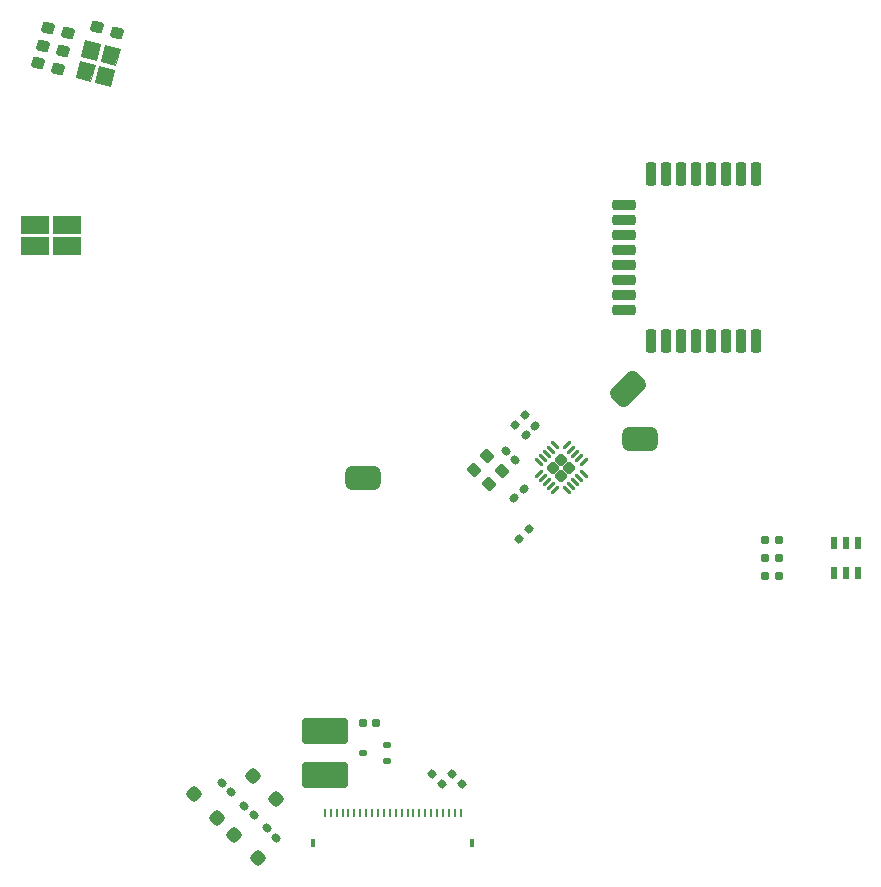
<source format=gbr>
%TF.GenerationSoftware,KiCad,Pcbnew,8.0.6-hq-2-g3d73d9976a*%
%TF.CreationDate,2024-12-20T20:58:28+08:00*%
%TF.ProjectId,DemoBoard_SensorForTemp&Rh_IntegratedWithMCU,44656d6f-426f-4617-9264-5f53656e736f,rev?*%
%TF.SameCoordinates,Original*%
%TF.FileFunction,Paste,Top*%
%TF.FilePolarity,Positive*%
%FSLAX46Y46*%
G04 Gerber Fmt 4.6, Leading zero omitted, Abs format (unit mm)*
G04 Created by KiCad (PCBNEW 8.0.6-hq-2-g3d73d9976a) date 2024-12-20 20:58:28*
%MOMM*%
%LPD*%
G01*
G04 APERTURE LIST*
G04 Aperture macros list*
%AMRoundRect*
0 Rectangle with rounded corners*
0 $1 Rounding radius*
0 $2 $3 $4 $5 $6 $7 $8 $9 X,Y pos of 4 corners*
0 Add a 4 corners polygon primitive as box body*
4,1,4,$2,$3,$4,$5,$6,$7,$8,$9,$2,$3,0*
0 Add four circle primitives for the rounded corners*
1,1,$1+$1,$2,$3*
1,1,$1+$1,$4,$5*
1,1,$1+$1,$6,$7*
1,1,$1+$1,$8,$9*
0 Add four rect primitives between the rounded corners*
20,1,$1+$1,$2,$3,$4,$5,0*
20,1,$1+$1,$4,$5,$6,$7,0*
20,1,$1+$1,$6,$7,$8,$9,0*
20,1,$1+$1,$8,$9,$2,$3,0*%
G04 Aperture macros list end*
%ADD10C,0.100000*%
%ADD11RoundRect,0.155000X0.212500X0.155000X-0.212500X0.155000X-0.212500X-0.155000X0.212500X-0.155000X0*%
%ADD12RoundRect,0.155000X0.040659X0.259862X-0.259862X-0.040659X-0.040659X-0.259862X0.259862X0.040659X0*%
%ADD13RoundRect,0.237500X0.371231X-0.035355X-0.035355X0.371231X-0.371231X0.035355X0.035355X-0.371231X0*%
%ADD14RoundRect,0.155000X0.259862X-0.040659X-0.040659X0.259862X-0.259862X0.040659X0.040659X-0.259862X0*%
%ADD15RoundRect,0.108108X-1.116892X0.691892X-1.116892X-0.691892X1.116892X-0.691892X1.116892X0.691892X0*%
%ADD16RoundRect,0.155000X-0.259862X0.040659X0.040659X-0.259862X0.259862X-0.040659X-0.040659X0.259862X0*%
%ADD17RoundRect,0.112500X0.237500X-0.112500X0.237500X0.112500X-0.237500X0.112500X-0.237500X-0.112500X0*%
%ADD18RoundRect,0.250000X-0.424264X0.000000X0.000000X-0.424264X0.424264X0.000000X0.000000X0.424264X0*%
%ADD19RoundRect,0.160000X-0.197500X-0.160000X0.197500X-0.160000X0.197500X0.160000X-0.197500X0.160000X0*%
%ADD20RoundRect,0.160000X-0.026517X-0.252791X0.252791X0.026517X0.026517X0.252791X-0.252791X-0.026517X0*%
%ADD21RoundRect,0.250000X-1.700000X0.850000X-1.700000X-0.850000X1.700000X-0.850000X1.700000X0.850000X0*%
%ADD22RoundRect,0.500000X-0.353553X-1.060660X1.060660X0.353553X0.353553X1.060660X-1.060660X-0.353553X0*%
%ADD23RoundRect,0.237500X0.339173X0.154997X-0.216234X0.303818X-0.339173X-0.154997X0.216234X-0.303818X0*%
%ADD24RoundRect,0.160000X-0.252791X0.026517X0.026517X-0.252791X0.252791X-0.026517X-0.026517X0.252791X0*%
%ADD25RoundRect,0.500000X-1.000000X-0.500000X1.000000X-0.500000X1.000000X0.500000X-1.000000X0.500000X0*%
%ADD26RoundRect,0.217500X-0.307591X0.000000X0.000000X-0.307591X0.307591X0.000000X0.000000X0.307591X0*%
%ADD27RoundRect,0.062500X-0.309359X0.220971X0.220971X-0.309359X0.309359X-0.220971X-0.220971X0.309359X0*%
%ADD28RoundRect,0.062500X-0.309359X-0.220971X-0.220971X-0.309359X0.309359X0.220971X0.220971X0.309359X0*%
%ADD29RoundRect,0.062500X0.062500X0.287500X-0.062500X0.287500X-0.062500X-0.287500X0.062500X-0.287500X0*%
%ADD30R,0.400000X0.800000*%
%ADD31R,0.500000X1.100000*%
%ADD32RoundRect,0.212500X0.212500X-0.787500X0.212500X0.787500X-0.212500X0.787500X-0.212500X-0.787500X0*%
%ADD33RoundRect,0.212500X0.787500X0.212500X-0.787500X0.212500X-0.787500X-0.212500X0.787500X-0.212500X0*%
%ADD34RoundRect,0.212500X-0.212500X0.787500X-0.212500X-0.787500X0.212500X-0.787500X0.212500X0.787500X0*%
G04 APERTURE END LIST*
D10*
%TO.C,J1*%
X97958060Y-66181804D02*
X97595713Y-67534100D01*
X96340010Y-67197635D01*
X96702356Y-65845339D01*
X97958060Y-66181804D01*
G36*
X97958060Y-66181804D02*
G01*
X97595713Y-67534100D01*
X96340010Y-67197635D01*
X96702356Y-65845339D01*
X97958060Y-66181804D01*
G37*
X98423934Y-64443137D02*
X98061588Y-65795432D01*
X96805884Y-65458969D01*
X97168231Y-64106673D01*
X98423934Y-64443137D01*
G36*
X98423934Y-64443137D02*
G01*
X98061588Y-65795432D01*
X96805884Y-65458969D01*
X97168231Y-64106673D01*
X98423934Y-64443137D01*
G37*
X99600134Y-66621796D02*
X99237787Y-67974092D01*
X97982085Y-67637628D01*
X98344430Y-66285331D01*
X99600134Y-66621796D01*
G36*
X99600134Y-66621796D02*
G01*
X99237787Y-67974092D01*
X97982085Y-67637628D01*
X98344430Y-66285331D01*
X99600134Y-66621796D01*
G37*
X100066008Y-64883130D02*
X99703661Y-66235426D01*
X98447958Y-65898961D01*
X98810305Y-64546665D01*
X100066008Y-64883130D01*
G36*
X100066008Y-64883130D02*
G01*
X99703661Y-66235426D01*
X98447958Y-65898961D01*
X98810305Y-64546665D01*
X100066008Y-64883130D01*
G37*
%TD*%
D11*
%TO.C,C21*%
X121785000Y-121920000D03*
X120650000Y-121920000D03*
%TD*%
D12*
%TO.C,C11*%
X135255000Y-96774000D03*
X134452434Y-97576566D03*
%TD*%
D13*
%TO.C,C12*%
X132419318Y-100567718D03*
X131181882Y-99330282D03*
%TD*%
D14*
%TO.C,C13*%
X133548083Y-99689883D03*
X132745517Y-98887317D03*
%TD*%
D15*
%TO.C,J2*%
X95588600Y-79759400D03*
X92938600Y-79759400D03*
X95588600Y-81559400D03*
X92938600Y-81559400D03*
%TD*%
D16*
%TO.C,C19*%
X110629902Y-128915168D03*
X111432468Y-129717734D03*
%TD*%
D17*
%TO.C,Q1*%
X122666000Y-125110000D03*
X122666000Y-123810000D03*
X120666000Y-124460000D03*
%TD*%
D18*
%TO.C,D1*%
X109780101Y-131370102D03*
X111759999Y-133350000D03*
%TD*%
D16*
%TO.C,C18*%
X112528059Y-130849246D03*
X113330625Y-131651812D03*
%TD*%
D19*
%TO.C,R2*%
X154723500Y-106436000D03*
X155918500Y-106436000D03*
%TD*%
D20*
%TO.C,R4*%
X133533195Y-96699753D03*
X134378187Y-95854761D03*
%TD*%
D21*
%TO.C,L1*%
X117475000Y-122565000D03*
X117475000Y-126365000D03*
%TD*%
D19*
%TO.C,R1*%
X154723500Y-109484000D03*
X155918500Y-109484000D03*
%TD*%
D22*
%TO.C,URT*%
X143065500Y-93662500D03*
%TD*%
D23*
%TO.C,C5*%
X99807785Y-63486867D03*
X98117415Y-63033933D03*
%TD*%
D14*
%TO.C,C20*%
X109510693Y-127795959D03*
X108708127Y-126993393D03*
%TD*%
D18*
%TO.C,D2*%
X106363361Y-127953362D03*
X108343259Y-129933260D03*
%TD*%
D24*
%TO.C,R6*%
X128187008Y-126282008D03*
X129032000Y-127127000D03*
%TD*%
D12*
%TO.C,C15*%
X134264400Y-102082600D03*
X133461834Y-102885166D03*
%TD*%
D23*
%TO.C,C1*%
X95686000Y-63539800D03*
X93995630Y-63086866D03*
%TD*%
D18*
%TO.C,D3*%
X111358505Y-126374958D03*
X113338403Y-128354856D03*
%TD*%
D24*
%TO.C,R3*%
X126536008Y-126282008D03*
X127381000Y-127127000D03*
%TD*%
D23*
%TO.C,C4*%
X94873200Y-66537000D03*
X93182830Y-66084066D03*
%TD*%
D25*
%TO.C,URT*%
X144145000Y-97917000D03*
%TD*%
D23*
%TO.C,C2*%
X95279600Y-65038400D03*
X93589230Y-64585466D03*
%TD*%
D26*
%TO.C,U4*%
X137440051Y-99622893D03*
X136732944Y-100330000D03*
X138147158Y-100330000D03*
X137440051Y-101037107D03*
D27*
X136953915Y-98429651D03*
X136600362Y-98783204D03*
X136246808Y-99136757D03*
X135893255Y-99490311D03*
X135539702Y-99843864D03*
D28*
X135539702Y-100816136D03*
X135893255Y-101169689D03*
X136246808Y-101523243D03*
X136600362Y-101876796D03*
X136953915Y-102230349D03*
D27*
X137926187Y-102230349D03*
X138279740Y-101876796D03*
X138633294Y-101523243D03*
X138986847Y-101169689D03*
X139340400Y-100816136D03*
D28*
X139340400Y-99843864D03*
X138986847Y-99490311D03*
X138633294Y-99136757D03*
X138279740Y-98783204D03*
X137926187Y-98429651D03*
%TD*%
D29*
%TO.C,J3*%
X128940000Y-129526000D03*
X128440000Y-129526000D03*
X127940000Y-129526000D03*
X127440000Y-129526000D03*
X126940000Y-129526000D03*
X126440000Y-129526000D03*
X125940000Y-129526000D03*
X125440000Y-129526000D03*
X124940000Y-129526000D03*
X124440000Y-129526000D03*
X123940000Y-129526000D03*
X123440000Y-129526000D03*
X122940000Y-129526000D03*
X122440000Y-129526000D03*
X121940000Y-129526000D03*
X121440000Y-129526000D03*
X120940000Y-129526000D03*
X120440000Y-129526000D03*
X119940000Y-129526000D03*
X119440000Y-129526000D03*
X118940000Y-129526000D03*
X118440000Y-129526000D03*
X117940000Y-129526000D03*
X117440000Y-129526000D03*
D30*
X129940000Y-132126000D03*
X116440000Y-132126000D03*
%TD*%
D20*
%TO.C,R5*%
X133838508Y-106318492D03*
X134683500Y-105473500D03*
%TD*%
D13*
%TO.C,C14*%
X131301718Y-101710718D03*
X130064282Y-100473282D03*
%TD*%
D31*
%TO.C,U3*%
X162544000Y-106710000D03*
X161544000Y-106710000D03*
X160544000Y-106710000D03*
X160544000Y-109210000D03*
X161544000Y-109210000D03*
X162544000Y-109210000D03*
%TD*%
D32*
%TO.C,U2*%
X153915190Y-75480200D03*
X152645190Y-75480200D03*
X151375190Y-75480200D03*
X150105190Y-75480200D03*
X148835190Y-75480200D03*
X147565190Y-75480200D03*
X146295190Y-75480200D03*
X145025190Y-75480200D03*
D33*
X142756810Y-78105000D03*
X142756810Y-79375000D03*
X142756810Y-80645000D03*
X142756810Y-81915000D03*
X142756810Y-83185000D03*
X142756810Y-84455000D03*
X142756810Y-85725000D03*
X142756810Y-86995000D03*
D34*
X145025190Y-89619800D03*
X146295190Y-89619800D03*
X147565190Y-89619800D03*
X148835190Y-89619800D03*
X150105190Y-89619800D03*
X151375190Y-89619800D03*
X152645190Y-89619800D03*
X153915190Y-89619800D03*
%TD*%
D19*
%TO.C,R7*%
X154723500Y-107960000D03*
X155918500Y-107960000D03*
%TD*%
D25*
%TO.C,VCC*%
X120650000Y-101219000D03*
%TD*%
M02*

</source>
